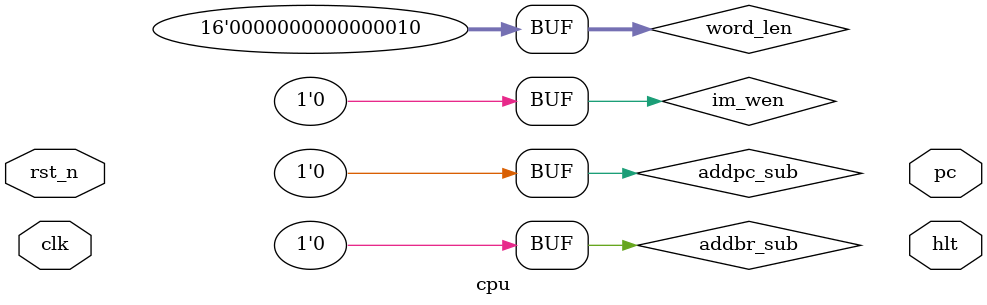
<source format=v>
module cpu(clk, rst_n, hlt, pc);

    input clk, rst_n;
    output hlt;
    output [15:0] pc;

    // component outputs
    wire [15:0] pc_out, addpc_out, im_out, dm_out, rf_out_1, rf_out_2, alu_out, 
                writeregsrc_mux_out, signext_3_0_out, signext_7_0_out, signext_8_0_out, shiftimm1_out, shiftimm_mux_out,
                alusrc_mux_out, unused_16b_in, shiftbr1_out, addbr_out, br_mux_out, brreg_mux_out;
    wire [3:0] readreg1src_mux_out, readreg2src_mux_out;
    wire alu_ovfl, alu_zero, alu_neg, addpc_ovfl, addbr_ovfl, z_out, n_out, v_out, andbr_out, andbrreg_out, brcond_mux_out,
         brcond_neq, brcond_eq, brcond_gt, brcond_lt, brcond_gte, brcond_lte, brcond_ovfl, brcond_uncond; // addpc_ovfl, addbr_ovfl unused

    // control signals
    wire [1:0] ALUSrc, WriteRegSrc;
    wire [3:0] ALUOp;
    wire MemWrite, BInv, RegWrite, ShiftImm, ReadReg1Src, ReadReg2Src, Halt, ENZ, ENN, ENV, Br, BrReg;

    // fixed setting
    wire [15:0] word_len = 16'h2;
    wire addpc_sub = 1'b0, addbr_sub = 1'b0, im_wen = 1'b0;

    PC PC(.in(brreg_mux_out), .wen(~Halt), .clk(clk), .rst(~rst_n), .out(pc_out));
    Add16 AddPC(.a(pc_out), .b(word_len), .sub(addpc_sub), .sum(addpc_out), .ovfl(addpc_ovfl));
    Control Control(.opcode(im_out[15:12]), .MemWrite(MemWrite), .WriteRegSrc(WriteRegSrc), .RegWrite(RegWrite), .BInv(BInv), .ALUSrc(ALUSrc), .ALUOp(ALUOp), 
                    .ShiftImm(ShiftImm), .ReadReg1Src(ReadReg1Src), .ReadReg2Src(ReadReg2Src), .Halt(Halt), .ENZ(ENZ), .ENN(ENN), .ENV(ENV), .Br(Br), .BrReg(BrReg));
    IM IM(.data_out(im_out), .data_in(unused_16b_in), .addr(pc_out), .enable(rst_n), .wr(im_wen), .clk(clk), .rst(~rst_n));
    Mux2to1 #(4) ReadReg1SrcMux(.in0(im_out[7:4]), .in1(im_out[11:8]), .sel(ReadReg1Src), .out(readreg1src_mux_out));
    Mux2to1 #(4) ReadReg2SrcMux(.in0(im_out[3:0]), .in1(im_out[11:8]), .sel(ReadReg2Src), .out(readreg2src_mux_out));
    RegFile RegFile(.clk(clk), .rst(~rst_n), .SrcReg1(readreg1src_mux_out), .SrcReg2(readreg2src_mux_out), .DstReg(im_out[11:8]), .WriteReg(RegWrite),
                    .DstData(writeregsrc_mux_out), .SrcData1(rf_out_1), .SrcData2(rf_out_2));
    SignExt #(4) SignExt_3_0(.in(im_out[3:0]), .out(signext_3_0_out));
    Shift ShiftImm1(.in(signext_3_0_out), .out(shiftimm1_out));
    Mux2to1 ShiftImmMux(.in0(signext_3_0_out), .in1(shiftimm1_out), .sel(ShiftImm), .out(shiftimm_mux_out));
    SignExt #(8) SignExt_7_0(.in(im_out[7:0]), .out(signext_7_0_out));
    Mux4to1 ALUSrcMux(.in0(rf_out_2), .in1(shiftimm_mux_out), .in2(signext_7_0_out), .in3(unused_16b_in), .sel(ALUSrc), .out(alusrc_mux_out));
    ALU ALU(.a(rf_out_1), .b(alusrc_mux_out), .BInv(BInv), .ALUOp(ALUOp), .out(alu_out), .ovfl(alu_ovfl), .zero(alu_zero), .neg(alu_neg));
    DM DM(.data_out(dm_out), .data_in(rf_out_2), .addr(alu_out), .enable(rst_n), .wr(MemWrite), .clk(clk), .rst(~rst_n));
    Mux4to1 WriteRegSrcMux(.in0(alu_out), .in1(dm_out), .in2(addpc_out), .in3(unused_16b_in), .sel(WriteRegSrc), .out(writeregsrc_mux_out));

    Flag Flag(.Zin(alu_zero), .Nin(alu_neg), .Vin(alu_ovfl), .ENZ(ENZ), .ENN(ENN), .ENV(ENV), .clk(clk), .rst(~rst_n), .Zout(z_out), 
              .Nout(n_out), .Vout(v_out));
    BrCond BrCond(.Z(z_out), .N(n_out), .V(v_out), .neq(brcond_neq), .eq(brcond_eq), .gt(brcond_gt), .lt(brcond_lt), .gte(brcond_gte), .lte(brcond_lte),
                  .ovfl(brcond_ovfl), .uncond(brcond_uncond));
    Mux8to1 #(1) BrCondMux(.in0(brcond_neq), .in1(brcond_eq), .in2(brcond_gt), .in3(brcond_lt), .in4(brcond_gte), .in5(brcond_lte), .in6(brcond_ovfl),
                  .in7(brcond_uncond), .sel(im_out[11:9]), .out(brcond_mux_out));
    Add16 AddBr(.a(addpc_out), .b(shiftbr1_out), .sub(addbr_sub), .sum(addbr_out), .ovfl(addbr_ovfl));
    SignExt #(9) SignExt_8_0(.in(im_out[8:0]), .out(signext_8_0_out));
    Shift ShiftBr1(.in(signext_8_0_out), .out(shiftbr1_out));
    And AndBr(.a(Br), .b(brcond_mux_out), .out(andbr_out));
    And AndBrReg(.a(BrReg), .b(brcond_mux_out), .out(andbrreg_out));
    Mux2to1 BrMux(.in0(addpc_out), .in1(addbr_out), .sel(andbr_out), .out(br_mux_out));
    Mux2to1 BrRegMux(.in0(br_mux_out), .in1(rf_out_1), .sel(andbrreg_out), .out(brreg_mux_out));
    
endmodule
</source>
